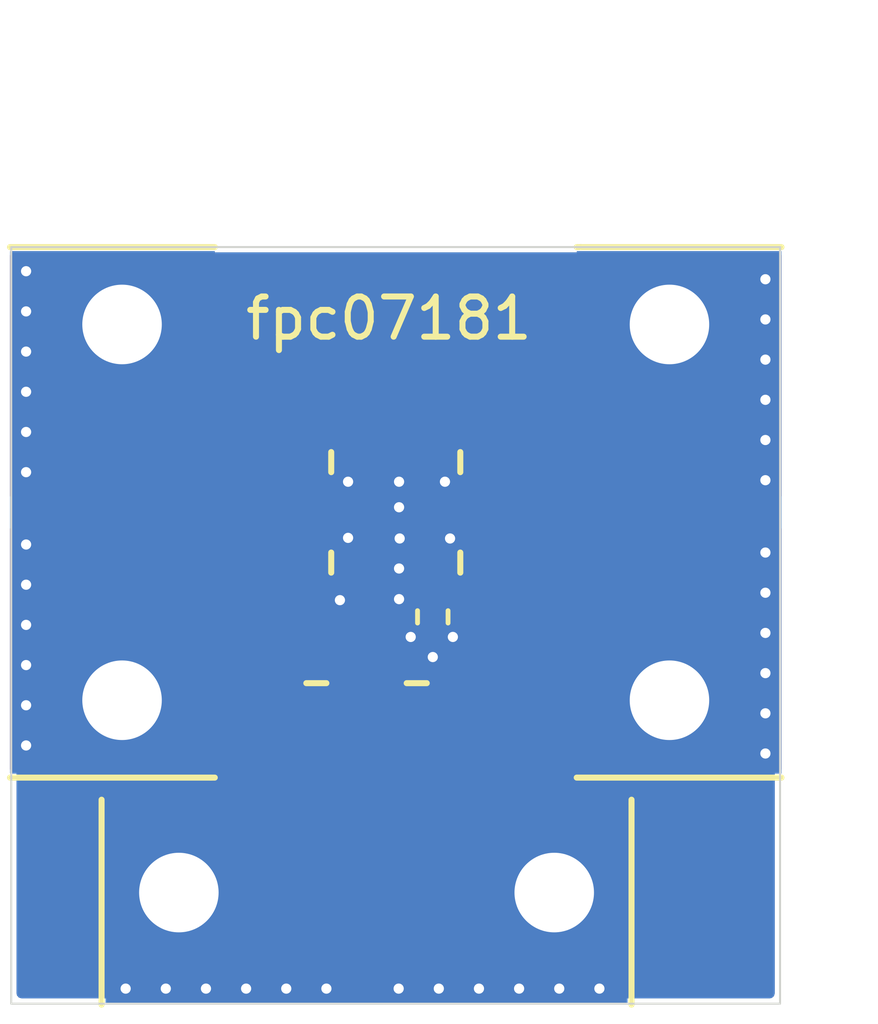
<source format=kicad_pcb>
(kicad_pcb (version 20201220) (generator pcbnew)
  (layers (0 "F.Cu" signal) (1 "In1.Cu" signal) (2 "In2.Cu" signal) (31 "B.Cu" signal) (34 "B.Paste" user) (35 "F.Paste" user) (36 "B.SilkS" user "B.Silkscreen") (37 "F.SilkS" user "F.Silkscreen") (38 "B.Mask" user) (39 "F.Mask" user) (44 "Edge.Cuts" user))
  (net 0 "")
  (net 1 "GND")
  (net 2 "Net-(J1-Pad1)")
  (net 3 "Net-(J2-Pad1)")
  (net 4 "Net-(J3-Pad1)")
  (net 5 "Net-(R1-Pad1)")
  (footprint "jtk_rf_footprints:FPC07181" (layer "F.Cu") (at 111.775 114.95)
    (fp_text reference "U1" hide)
    (fp_text value "FPC07181")
    (pad "1" smd circle (at -0.8255 -0.635) (size 0.508 0.508) (layers "F.Cu" "F.Paste" "F.Mask") (net 2 "Net-(J1-Pad1)"))
    (pad "2" smd circle (at 0.8255 -0.635) (size 0.508 0.508) (layers "F.Cu" "F.Paste" "F.Mask") (net 3 "Net-(J2-Pad1)"))
    (pad "3" smd circle (at -0.8255 0.635) (size 0.508 0.508) (layers "F.Cu" "F.Paste" "F.Mask") (net 4 "Net-(J3-Pad1)"))
    (pad "4" smd circle (at 0.8255 0.635) (size 0.508 0.508) (layers "F.Cu" "F.Paste" "F.Mask") (net 5 "Net-(R1-Pad1)"))
    (pad "5" smd rect (at 0 0) (size 1.016 0.55) (layers "F.Cu" "F.Paste" "F.Mask") (net 1 "GND"))
    (pad "5" smd rect (at 0 0) (size 0.85 0.8) (layers "F.Cu" "F.Paste" "F.Mask") (net 1 "GND"))
    (pad "5" smd rect (at 0 0) (size 1.65 0.2794) (layers "F.Cu" "F.Paste" "F.Mask") (net 1 "GND"))
    (pad "5" smd rect (at 0 0) (size 0.6604 1.25) (layers "F.Cu" "F.Paste" "F.Mask") (net 1 "GND"))
  )
  (footprint "jtk_rf_footprints:sw_edge_oshpark_4layer" (layer "F.Cu") (at 102.07 114.3 90)
    (fp_text reference "J1" hide)
    (fp_text value "Conn_Coaxial")
    (fp_line (start -6.6 5) (end -6.6 5.1) (layer "F.SilkS") (width 0.15))
    (fp_line (start 1 8) (end 1.5 8) (layer "F.SilkS") (width 0.15))
    (fp_line (start 6.6 0) (end 6.6 5.1) (layer "F.SilkS") (width 0.15))
    (fp_line (start -6.6 0) (end -6.6 5) (layer "F.SilkS") (width 0.15))
    (fp_line (start -1 8) (end -1.5 8) (layer "F.SilkS") (width 0.15))
    (pad "1" smd rect (at 0 3.04 90) (size 0.41 4.08) (layers "F.Cu") (net 2 "Net-(J1-Pad1)"))
    (pad "1" smd trapezoid (at 0 0.55 90) (size 0.3 0.95) (rect_delta 0 0.11) (layers "F.Cu" "F.Mask") (net 2 "Net-(J1-Pad1)"))
    (pad "2" thru_hole circle (at 5 0.4 90) (size 0.5 0.5) (drill 0.254) (layers *.Cu *.Mask) (net 1 "GND"))
    (pad "2" thru_hole circle (at 2 0.4 90) (size 0.5 0.5) (drill 0.254) (layers *.Cu *.Mask) (net 1 "GND"))
    (pad "2" smd trapezoid (at 3.4 0.7 90) (size 5.8 0.2) (rect_delta 0 -0.2) (layers "F.Cu" "F.Mask") (net 1 "GND"))
    (pad "2" thru_hole circle (at -0.8 0.4 90) (size 0.5 0.5) (drill 0.254) (layers *.Cu *.Mask) (net 1 "GND"))
    (pad "2" smd rect (at 3.4 0.3 270) (size 6 0.6) (layers "F.Cu" "F.Mask") (net 1 "GND"))
    (pad "2" smd rect (at 4.775 2.85 270) (size 3.25 4.5) (layers "F.Cu" "F.Mask") (net 1 "GND"))
    (pad "2" thru_hole circle (at -5.8 0.4 90) (size 0.5 0.5) (drill 0.254) (layers *.Cu *.Mask) (net 1 "GND"))
    (pad "2" thru_hole circle (at -4.8 0.4 90) (size 0.5 0.5) (drill 0.254) (layers *.Cu *.Mask) (net 1 "GND"))
    (pad "2" thru_hole circle (at -3.8 0.4 90) (size 0.5 0.5) (drill 0.254) (layers *.Cu *.Mask) (net 1 "GND"))
    (pad "2" thru_hole circle (at 3 0.4 90) (size 0.5 0.5) (drill 0.254) (layers *.Cu *.Mask) (net 1 "GND"))
    (pad "2" thru_hole circle (at 6 0.4 90) (size 0.5 0.5) (drill 0.254) (layers *.Cu *.Mask) (net 1 "GND"))
    (pad "2" thru_hole circle (at -1.8 0.4 90) (size 0.5 0.5) (drill 0.254) (layers *.Cu *.Mask) (net 1 "GND"))
    (pad "2" thru_hole circle (at 4.675 2.79 90) (size 3 3) (drill 1.98) (layers *.Cu *.Mask) (net 1 "GND"))
    (pad "2" smd trapezoid (at -3.4 0.7 90) (size 5.8 0.2) (rect_delta 0 -0.2) (layers "F.Cu" "F.Mask") (net 1 "GND"))
    (pad "2" thru_hole circle (at -2.8 0.4 90) (size 0.5 0.5) (drill 0.254) (layers *.Cu *.Mask) (net 1 "GND"))
    (pad "2" smd rect (at 0 2.55 270) (size 13 5.1) (layers "B.Cu" "B.Mask") (net 1 "GND"))
    (pad "2" thru_hole circle (at 4 0.4 90) (size 0.5 0.5) (drill 0.254) (layers *.Cu *.Mask) (net 1 "GND"))
    (pad "2" thru_hole circle (at -4.675 2.79 90) (size 3 3) (drill 1.98) (layers *.Cu *.Mask) (net 1 "GND"))
    (pad "2" smd rect (at -4.775 2.85 270) (size 3.25 4.5) (layers "F.Cu" "F.Mask") (net 1 "GND"))
    (pad "2" smd rect (at -3.4 0.3 270) (size 6 0.6) (layers "F.Cu" "F.Mask") (net 1 "GND"))
    (pad "2" thru_hole circle (at 1 0.4 90) (size 0.5 0.5) (drill 0.254) (layers *.Cu *.Mask) (net 1 "GND"))
  )
  (footprint "jtk_rf_footprints:sw_edge_oshpark_4layer" (layer "F.Cu") (at 110.95 126.55 180)
    (fp_text reference "J3" hide)
    (fp_text value "Conn_Coaxial")
    (fp_line (start 1 8) (end 1.5 8) (layer "F.SilkS") (width 0.15))
    (fp_line (start 6.6 0) (end 6.6 5.1) (layer "F.SilkS") (width 0.15))
    (fp_line (start -6.6 5) (end -6.6 5.1) (layer "F.SilkS") (width 0.15))
    (fp_line (start -6.6 0) (end -6.6 5) (layer "F.SilkS") (width 0.15))
    (fp_line (start -1 8) (end -1.5 8) (layer "F.SilkS") (width 0.15))
    (pad "1" smd trapezoid (at 0 0.55 180) (size 0.3 0.95) (rect_delta 0 0.11) (layers "F.Cu" "F.Mask") (net 4 "Net-(J3-Pad1)"))
    (pad "1" smd rect (at 0 3.04 180) (size 0.41 4.08) (layers "F.Cu") (net 4 "Net-(J3-Pad1)"))
    (pad "2" thru_hole circle (at -3.8 0.4 180) (size 0.5 0.5) (drill 0.254) (layers *.Cu *.Mask) (net 1 "GND"))
    (pad "2" smd rect (at 0 2.55) (size 13 5.1) (layers "B.Cu" "B.Mask") (net 1 "GND"))
    (pad "2" smd trapezoid (at 3.4 0.7 180) (size 5.8 0.2) (rect_delta 0 -0.2) (layers "F.Cu" "F.Mask") (net 1 "GND"))
    (pad "2" thru_hole circle (at -1.8 0.4 180) (size 0.5 0.5) (drill 0.254) (layers *.Cu *.Mask) (net 1 "GND"))
    (pad "2" thru_hole circle (at 5 0.4 180) (size 0.5 0.5) (drill 0.254) (layers *.Cu *.Mask) (net 1 "GND"))
    (pad "2" thru_hole circle (at 1 0.4 180) (size 0.5 0.5) (drill 0.254) (layers *.Cu *.Mask) (net 1 "GND"))
    (pad "2" thru_hole circle (at -5.8 0.4 180) (size 0.5 0.5) (drill 0.254) (layers *.Cu *.Mask) (net 1 "GND"))
    (pad "2" smd rect (at 4.775 2.85) (size 3.25 4.5) (layers "F.Cu" "F.Mask") (net 1 "GND"))
    (pad "2" smd trapezoid (at -3.4 0.7 180) (size 5.8 0.2) (rect_delta 0 -0.2) (layers "F.Cu" "F.Mask") (net 1 "GND"))
    (pad "2" thru_hole circle (at 3 0.4 180) (size 0.5 0.5) (drill 0.254) (layers *.Cu *.Mask) (net 1 "GND"))
    (pad "2" thru_hole circle (at -2.8 0.4 180) (size 0.5 0.5) (drill 0.254) (layers *.Cu *.Mask) (net 1 "GND"))
    (pad "2" thru_hole circle (at 6 0.4 180) (size 0.5 0.5) (drill 0.254) (layers *.Cu *.Mask) (net 1 "GND"))
    (pad "2" thru_hole circle (at -4.675 2.79 180) (size 3 3) (drill 1.98) (layers *.Cu *.Mask) (net 1 "GND"))
    (pad "2" smd rect (at -3.4 0.3) (size 6 0.6) (layers "F.Cu" "F.Mask") (net 1 "GND"))
    (pad "2" thru_hole circle (at 4 0.4 180) (size 0.5 0.5) (drill 0.254) (layers *.Cu *.Mask) (net 1 "GND"))
    (pad "2" smd rect (at 3.4 0.3) (size 6 0.6) (layers "F.Cu" "F.Mask") (net 1 "GND"))
    (pad "2" smd rect (at -4.775 2.85) (size 3.25 4.5) (layers "F.Cu" "F.Mask") (net 1 "GND"))
    (pad "2" thru_hole circle (at -4.8 0.4 180) (size 0.5 0.5) (drill 0.254) (layers *.Cu *.Mask) (net 1 "GND"))
    (pad "2" thru_hole circle (at 4.675 2.79 180) (size 3 3) (drill 1.98) (layers *.Cu *.Mask) (net 1 "GND"))
    (pad "2" thru_hole circle (at 2 0.4 180) (size 0.5 0.5) (drill 0.254) (layers *.Cu *.Mask) (net 1 "GND"))
    (pad "2" thru_hole circle (at -0.8 0.4 180) (size 0.5 0.5) (drill 0.254) (layers *.Cu *.Mask) (net 1 "GND"))
  )
  (footprint "jtk_rf_footprints:sw_edge_oshpark_4layer" (layer "F.Cu") (at 121.285001 114.3 -90)
    (fp_text reference "J2" hide)
    (fp_text value "Conn_Coaxial")
    (fp_line (start -6.6 0) (end -6.6 5) (layer "F.SilkS") (width 0.15))
    (fp_line (start 6.6 0) (end 6.6 5.1) (layer "F.SilkS") (width 0.15))
    (fp_line (start 1 8) (end 1.5 8) (layer "F.SilkS") (width 0.15))
    (fp_line (start -6.6 5) (end -6.6 5.1) (layer "F.SilkS") (width 0.15))
    (fp_line (start -1 8) (end -1.5 8) (layer "F.SilkS") (width 0.15))
    (pad "1" smd rect (at 0 3.04 270) (size 0.41 4.08) (layers "F.Cu") (net 3 "Net-(J2-Pad1)"))
    (pad "1" smd trapezoid (at 0 0.55 270) (size 0.3 0.95) (rect_delta 0 0.11) (layers "F.Cu" "F.Mask") (net 3 "Net-(J2-Pad1)"))
    (pad "2" thru_hole circle (at -2.8 0.4 270) (size 0.5 0.5) (drill 0.254) (layers *.Cu *.Mask) (net 1 "GND"))
    (pad "2" smd rect (at 0 2.55 90) (size 13 5.1) (layers "B.Cu" "B.Mask") (net 1 "GND"))
    (pad "2" thru_hole circle (at -4.675 2.79 270) (size 3 3) (drill 1.98) (layers *.Cu *.Mask) (net 1 "GND"))
    (pad "2" thru_hole circle (at -1.8 0.4 270) (size 0.5 0.5) (drill 0.254) (layers *.Cu *.Mask) (net 1 "GND"))
    (pad "2" thru_hole circle (at 4 0.4 270) (size 0.5 0.5) (drill 0.254) (layers *.Cu *.Mask) (net 1 "GND"))
    (pad "2" thru_hole circle (at 4.675 2.79 270) (size 3 3) (drill 1.98) (layers *.Cu *.Mask) (net 1 "GND"))
    (pad "2" smd rect (at 3.4 0.3 90) (size 6 0.6) (layers "F.Cu" "F.Mask") (net 1 "GND"))
    (pad "2" thru_hole circle (at -0.8 0.4 270) (size 0.5 0.5) (drill 0.254) (layers *.Cu *.Mask) (net 1 "GND"))
    (pad "2" thru_hole circle (at 6 0.4 270) (size 0.5 0.5) (drill 0.254) (layers *.Cu *.Mask) (net 1 "GND"))
    (pad "2" thru_hole circle (at 2 0.4 270) (size 0.5 0.5) (drill 0.254) (layers *.Cu *.Mask) (net 1 "GND"))
    (pad "2" smd rect (at -4.775 2.85 90) (size 3.25 4.5) (layers "F.Cu" "F.Mask") (net 1 "GND"))
    (pad "2" thru_hole circle (at -4.8 0.4 270) (size 0.5 0.5) (drill 0.254) (layers *.Cu *.Mask) (net 1 "GND"))
    (pad "2" thru_hole circle (at 1 0.4 270) (size 0.5 0.5) (drill 0.254) (layers *.Cu *.Mask) (net 1 "GND"))
    (pad "2" smd rect (at -3.4 0.3 90) (size 6 0.6) (layers "F.Cu" "F.Mask") (net 1 "GND"))
    (pad "2" thru_hole circle (at -5.8 0.4 270) (size 0.5 0.5) (drill 0.254) (layers *.Cu *.Mask) (net 1 "GND"))
    (pad "2" smd trapezoid (at -3.4 0.7 270) (size 5.8 0.2) (rect_delta 0 -0.2) (layers "F.Cu" "F.Mask") (net 1 "GND"))
    (pad "2" smd trapezoid (at 3.4 0.7 270) (size 5.8 0.2) (rect_delta 0 -0.2) (layers "F.Cu" "F.Mask") (net 1 "GND"))
    (pad "2" thru_hole circle (at 3 0.4 270) (size 0.5 0.5) (drill 0.254) (layers *.Cu *.Mask) (net 1 "GND"))
    (pad "2" smd rect (at 4.775 2.85 90) (size 3.25 4.5) (layers "F.Cu" "F.Mask") (net 1 "GND"))
    (pad "2" thru_hole circle (at -3.8 0.4 270) (size 0.5 0.5) (drill 0.254) (layers *.Cu *.Mask) (net 1 "GND"))
    (pad "2" thru_hole circle (at 5 0.4 270) (size 0.5 0.5) (drill 0.254) (layers *.Cu *.Mask) (net 1 "GND"))
  )
  (footprint "Resistor_SMD:R_0402_1005Metric" (layer "F.Cu") (at 112.6 116.9 -90)
    (fp_text reference "R1" hide)
    (fp_text value "50")
    (fp_line (start -0.153641 -0.38) (end 0.153641 -0.38) (layer "F.SilkS") (width 0.12))
    (fp_line (start -0.153641 0.38) (end 0.153641 0.38) (layer "F.SilkS") (width 0.12))
    (pad "1" smd roundrect (at -0.51 0 270) (size 0.54 0.64) (layers "F.Cu" "F.Paste" "F.Mask") (net 5 "Net-(R1-Pad1)"))
    (pad "2" smd roundrect (at 0.51 0 270) (size 0.54 0.64) (layers "F.Cu" "F.Paste" "F.Mask") (net 1 "GND"))
  )
  (gr_rect (start 102.1 107.7) (end 121.25 126.525) (layer "Edge.Cuts") (width 0.05) (fill none))
  (gr_text "fpc07181" (at 111.506 109.474) (layer "F.SilkS") (effects (font (size 1 1))))
  (segment (start 112.6 117.41) (end 113.09 117.41) (width 0.39) (layer "F.Cu") (net 1))
  (segment (start 112.6 117.41) (end 112.6 117.9) (width 0.39) (layer "F.Cu") (net 1))
  (segment (start 112.6 117.41) (end 112.06 117.41) (width 0.39) (layer "F.Cu") (net 1))
  (segment (start 112.06 117.41) (end 112.05 117.4) (width 0.39) (layer "F.Cu") (net 1))
  (segment (start 113.09 117.41) (end 113.1 117.4) (width 0.39) (layer "F.Cu") (net 1))
  (via (at 111.76 113.538) (size 0.48) (drill 0.254) (layers "F.Cu" "B.Cu") (net 1))
  (via (at 113.03 114.95) (size 0.48) (drill 0.254) (layers "F.Cu" "B.Cu") (net 1))
  (via (at 113.1 117.4) (size 0.48) (drill 0.254) (layers "F.Cu" "B.Cu") (net 1))
  (via (at 111.775 114.95) (size 0.48) (drill 0.254) (layers "F.Cu" "B.Cu") (net 1))
  (via (at 111.76 114.173) (size 0.48) (drill 0.254) (layers "F.Cu" "B.Cu") (net 1))
  (via (at 110.49 114.935) (size 0.48) (drill 0.254) (layers "F.Cu" "B.Cu") (net 1))
  (via (at 112.903 113.538) (size 0.48) (drill 0.254) (layers "F.Cu" "B.Cu") (net 1))
  (via (at 111.76 116.459) (size 0.48) (drill 0.254) (layers "F.Cu" "B.Cu") (net 1))
  (via (at 112.6 117.9) (size 0.48) (drill 0.254) (layers "F.Cu" "B.Cu") (net 1))
  (via (at 111.76 115.697) (size 0.48) (drill 0.254) (layers "F.Cu" "B.Cu") (net 1))
  (via (at 110.49 113.538) (size 0.48) (drill 0.254) (layers "F.Cu" "B.Cu") (net 1))
  (via (at 110.2868 116.4844) (size 0.48) (drill 0.254) (layers "F.Cu" "B.Cu") (net 1))
  (via (at 112.05 117.4) (size 0.48) (drill 0.254) (layers "F.Cu" "B.Cu") (net 1))
  (segment (start 110.94 114.3) (end 110.8 114.3) (width 0.25) (layer "F.Cu") (net 2))
  (segment (start 110.5 114.3) (end 110.9345 114.3) (width 0.39) (layer "F.Cu") (net 2))
  (segment (start 109.855 114.3) (end 110.5 114.3) (width 0.39) (layer "F.Cu") (net 2))
  (segment (start 105.11 114.3) (end 109.855 114.3) (width 0.39) (layer "F.Cu") (net 2))
  (segment (start 110.5 114.3) (end 110.94 114.3) (width 0.25) (layer "F.Cu") (net 2))
  (segment (start 110.9345 114.3) (end 110.9495 114.315) (width 0.39) (layer "F.Cu") (net 2))
  (segment (start 113 114.3) (end 112.6155 114.3) (width 0.39) (layer "F.Cu") (net 3))
  (segment (start 118.245001 114.3) (end 113.2 114.3) (width 0.39) (layer "F.Cu") (net 3))
  (segment (start 113.2 114.3) (end 113 114.3) (width 0.39) (layer "F.Cu") (net 3))
  (segment (start 112.58 114.3) (end 113.2 114.3) (width 0.25) (layer "F.Cu") (net 3))
  (segment (start 112.6155 114.3) (end 112.6005 114.315) (width 0.39) (layer "F.Cu") (net 3))
  (segment (start 110.95 123.51) (end 110.95 115.5855) (width 0.39) (layer "F.Cu") (net 4))
  (segment (start 110.95 115.5855) (end 110.9495 115.585) (width 0.39) (layer "F.Cu") (net 4))
  (segment (start 112.6005 116.3895) (end 112.6 116.39) (width 0.39) (layer "F.Cu") (net 5))
  (segment (start 112.6005 115.585) (end 112.6005 116.3895) (width 0.39) (layer "F.Cu") (net 5))
  (zone (net 1) (net_name "GND") (layer "F.Cu") (connect_pads yes (clearance 0.2)) (min_thickness 0.254) (fill yes (thermal_gap 0.508) (thermal_bridge_width 0.508))
    (polygon (pts (xy 113.284 116.713) (xy 110.109 116.713) (xy 110.109 113.157) (xy 113.284 113.157)))
  )
  (zone (net 1) (net_name "GND") (layers "In1.Cu" "B.Cu") (connect_pads yes (clearance 0.1308)) (min_thickness 0.254) (fill yes (thermal_gap 0.508) (thermal_bridge_width 0.508))
    (polygon (pts (xy 121.3 126.55) (xy 102 126.55) (xy 102 107.7) (xy 121.3 107.7)))
  )
)
</source>
